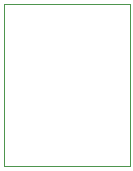
<source format=gbr>
%TF.GenerationSoftware,KiCad,Pcbnew,7.0.9*%
%TF.CreationDate,2024-08-17T20:13:38+09:00*%
%TF.ProjectId,09-ToF_mod,30392d54-6f46-45f6-9d6f-642e6b696361,rev?*%
%TF.SameCoordinates,Original*%
%TF.FileFunction,Profile,NP*%
%FSLAX46Y46*%
G04 Gerber Fmt 4.6, Leading zero omitted, Abs format (unit mm)*
G04 Created by KiCad (PCBNEW 7.0.9) date 2024-08-17 20:13:38*
%MOMM*%
%LPD*%
G01*
G04 APERTURE LIST*
%TA.AperFunction,Profile*%
%ADD10C,0.100000*%
%TD*%
G04 APERTURE END LIST*
D10*
X64516000Y-59182000D02*
X75186000Y-59182000D01*
X75186000Y-72902000D01*
X64516000Y-72902000D01*
X64516000Y-59182000D01*
M02*

</source>
